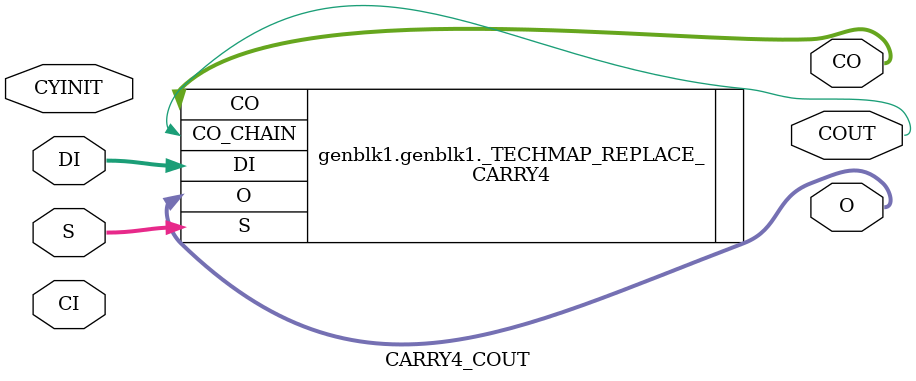
<source format=v>
/*
 *  yosys -- Yosys Open SYnthesis Suite
 *
 *  Copyright (C) 2012  Clifford Wolf <clifford@clifford.at>
 *                2019  Eddie Hung    <eddie@fpgeh.com>
 *
 *  Permission to use, copy, modify, and/or distribute this software for any
 *  purpose with or without fee is hereby granted, provided that the above
 *  copyright notice and this permission notice appear in all copies.
 *
 *  THE SOFTWARE IS PROVIDED "AS IS" AND THE AUTHOR DISCLAIMS ALL WARRANTIES
 *  WITH REGARD TO THIS SOFTWARE INCLUDING ALL IMPLIED WARRANTIES OF
 *  MERCHANTABILITY AND FITNESS. IN NO EVENT SHALL THE AUTHOR BE LIABLE FOR
 *  ANY SPECIAL, DIRECT, INDIRECT, OR CONSEQUENTIAL DAMAGES OR ANY DAMAGES
 *  WHATSOEVER RESULTING FROM LOSS OF USE, DATA OR PROFITS, WHETHER IN AN
 *  ACTION OF CONTRACT, NEGLIGENCE OR OTHER TORTIOUS ACTION, ARISING OUT OF
 *  OR IN CONNECTION WITH THE USE OR PERFORMANCE OF THIS SOFTWARE.
 *
 */

module \$__SHREG_ (input C, input D, input E, output Q);
  parameter DEPTH = 0;
  parameter [DEPTH-1:0] INIT = 0;
  parameter CLKPOL = 1;
  parameter ENPOL = 2;

  \$__XILINX_SHREG_ #(.DEPTH(DEPTH), .INIT(INIT), .CLKPOL(CLKPOL), .ENPOL(ENPOL)) _TECHMAP_REPLACE_ (.C(C), .D(D), .L(DEPTH-1), .E(E), .Q(Q));
endmodule

module \$__XILINX_SHREG_ (input C, input D, input [31:0] L, input E, output Q, output SO);
  parameter DEPTH = 0;
  parameter [DEPTH-1:0] INIT = 0;
  parameter CLKPOL = 1;
  parameter ENPOL = 2;

  // shregmap's INIT parameter shifts out LSB first;
  // however Xilinx expects MSB first
  function [DEPTH-1:0] brev;
    input [DEPTH-1:0] din;
    integer i;
    begin
      for (i = 0; i < DEPTH; i=i+1)
        brev[i] = din[DEPTH-1-i];
    end
  endfunction
  localparam [DEPTH-1:0] INIT_R = brev(INIT);

  parameter _TECHMAP_CONSTMSK_L_ = 0;

  wire CE;
  generate
    if (ENPOL == 0)
      assign CE = ~E;
    else if (ENPOL == 1)
      assign CE = E;
    else
      assign CE = 1'b1;
    if (DEPTH == 1) begin
      if (CLKPOL)
          FDRE #(.INIT(INIT_R)) _TECHMAP_REPLACE_ (.D(D), .Q(Q), .C(C), .CE(CE), .R(1'b0));
      else
          FDRE_1 #(.INIT(INIT_R)) _TECHMAP_REPLACE_ (.D(D), .Q(Q), .C(C), .CE(CE), .R(1'b0));
    end else
    if (DEPTH <= 16) begin
      SRL16E #(.INIT(INIT_R), .IS_CLK_INVERTED(~CLKPOL[0])) _TECHMAP_REPLACE_ (.A0(L[0]), .A1(L[1]), .A2(L[2]), .A3(L[3]), .CE(CE), .CLK(C), .D(D), .Q(Q));
    end else
    if (DEPTH > 17 && DEPTH <= 32) begin
      SRLC32E #(.INIT(INIT_R), .IS_CLK_INVERTED(~CLKPOL[0])) _TECHMAP_REPLACE_ (.A(L[4:0]), .CE(CE), .CLK(C), .D(D), .Q(Q));
    end else
    if (DEPTH > 33 && DEPTH <= 64) begin
      wire T0, T1, T2;
      SRLC32E #(.INIT(INIT_R[32-1:0]), .IS_CLK_INVERTED(~CLKPOL[0])) fpga_srl_0 (.A(L[4:0]), .CE(CE), .CLK(C), .D(D), .Q(T0), .Q31(T1));
      \$__XILINX_SHREG_ #(.DEPTH(DEPTH-32), .INIT(INIT[DEPTH-32-1:0]), .CLKPOL(CLKPOL), .ENPOL(ENPOL)) fpga_srl_1 (.C(C), .D(T1), .L(L), .E(E), .Q(T2));
      if (&_TECHMAP_CONSTMSK_L_)
        assign Q = T2;
      else
        MUXF7 fpga_mux_0 (.O(Q), .I0(T0), .I1(T2), .S(L[5]));
    end else
    if (DEPTH > 65 && DEPTH <= 96) begin
      wire T0, T1, T2, T3, T4, T5, T6;
      SRLC32E #(.INIT(INIT_R[32-1: 0]), .IS_CLK_INVERTED(~CLKPOL[0])) fpga_srl_0 (.A(L[4:0]), .CE(CE), .CLK(C), .D( D), .Q(T0), .Q31(T1));
      SRLC32E #(.INIT(INIT_R[64-1:32]), .IS_CLK_INVERTED(~CLKPOL[0])) fpga_srl_1 (.A(L[4:0]), .CE(CE), .CLK(C), .D(T1), .Q(T2), .Q31(T3));
      \$__XILINX_SHREG_ #(.DEPTH(DEPTH-64), .INIT(INIT[DEPTH-64-1:0]), .CLKPOL(CLKPOL), .ENPOL(ENPOL)) fpga_srl_2 (.C(C), .D(T3), .L(L[4:0]), .E(E), .Q(T4));
      if (&_TECHMAP_CONSTMSK_L_)
        assign Q = T4;
      else
        \$__XILINX_MUXF78 fpga_hard_mux (.I0(T0), .I1(T2), .I2(T4), .I3(1'bx), .S0(L[5]), .S1(L[6]), .O(Q));
    end else
    if (DEPTH > 97 && DEPTH < 128) begin
      wire T0, T1, T2, T3, T4, T5, T6, T7, T8;
      SRLC32E #(.INIT(INIT_R[32-1: 0]), .IS_CLK_INVERTED(~CLKPOL[0])) fpga_srl_0 (.A(L[4:0]), .CE(CE), .CLK(C), .D( D), .Q(T0), .Q31(T1));
      SRLC32E #(.INIT(INIT_R[64-1:32]), .IS_CLK_INVERTED(~CLKPOL[0])) fpga_srl_1 (.A(L[4:0]), .CE(CE), .CLK(C), .D(T1), .Q(T2), .Q31(T3));
      SRLC32E #(.INIT(INIT_R[96-1:64]), .IS_CLK_INVERTED(~CLKPOL[0])) fpga_srl_2 (.A(L[4:0]), .CE(CE), .CLK(C), .D(T3), .Q(T4), .Q31(T5));
      \$__XILINX_SHREG_ #(.DEPTH(DEPTH-96), .INIT(INIT[DEPTH-96-1:0]), .CLKPOL(CLKPOL), .ENPOL(ENPOL)) fpga_srl_3 (.C(C), .D(T5), .L(L[4:0]), .E(E), .Q(T6));
      if (&_TECHMAP_CONSTMSK_L_)
        assign Q = T6;
      else
        \$__XILINX_MUXF78 fpga_hard_mux (.I0(T0), .I1(T2), .I2(T4), .I3(T6), .S0(L[5]), .S1(L[6]), .O(Q));
    end
    else if (DEPTH == 128) begin
      wire T0, T1, T2, T3, T4, T5, T6;
      SRLC32E #(.INIT(INIT_R[ 32-1: 0]), .IS_CLK_INVERTED(~CLKPOL[0])) fpga_srl_0 (.A(L[4:0]), .CE(CE), .CLK(C), .D( D), .Q(T0), .Q31(T1));
      SRLC32E #(.INIT(INIT_R[ 64-1:32]), .IS_CLK_INVERTED(~CLKPOL[0])) fpga_srl_1 (.A(L[4:0]), .CE(CE), .CLK(C), .D(T1), .Q(T2), .Q31(T3));
      SRLC32E #(.INIT(INIT_R[ 96-1:64]), .IS_CLK_INVERTED(~CLKPOL[0])) fpga_srl_2 (.A(L[4:0]), .CE(CE), .CLK(C), .D(T3), .Q(T4), .Q31(T5));
      SRLC32E #(.INIT(INIT_R[128-1:96]), .IS_CLK_INVERTED(~CLKPOL[0])) fpga_srl_3 (.A(L[4:0]), .CE(CE), .CLK(C), .D(T5), .Q(T6), .Q31(SO));
      if (&_TECHMAP_CONSTMSK_L_)
        assign Q = T6;
      else
        \$__XILINX_MUXF78 fpga_hard_mux (.I0(T0), .I1(T2), .I2(T4), .I3(T6), .S0(L[5]), .S1(L[6]), .O(Q));
    end
    // For fixed length, if just 1 over a convenient value, decompose
    else if (DEPTH <= 129 && &_TECHMAP_CONSTMSK_L_) begin
      wire T;
      \$__XILINX_SHREG_ #(.DEPTH(DEPTH-1), .INIT(INIT[DEPTH-1:1]), .CLKPOL(CLKPOL), .ENPOL(ENPOL)) fpga_srl      (.C(C), .D(D), .L({32{1'b1}}), .E(E), .Q(T));
      \$__XILINX_SHREG_ #(.DEPTH(1),       .INIT(INIT[0]),         .CLKPOL(CLKPOL), .ENPOL(ENPOL)) fpga_srl_last (.C(C), .D(T), .L(L), .E(E), .Q(Q));
    end
    // For variable length, if just 1 over a convenient value, then bump up one more
    else if (DEPTH < 129 && ~&_TECHMAP_CONSTMSK_L_)
      \$__XILINX_SHREG_ #(.DEPTH(DEPTH+1), .INIT({INIT,1'b0}), .CLKPOL(CLKPOL), .ENPOL(ENPOL)) _TECHMAP_REPLACE_ (.C(C), .D(D), .L(L), .E(E), .Q(Q));
    else begin
      localparam depth0 = 128;
      localparam num_srl128 = DEPTH / depth0;
      localparam depthN = DEPTH % depth0;
      wire [num_srl128 + (depthN > 0 ? 1 : 0) - 1:0] T;
      wire [num_srl128 + (depthN > 0 ? 1 : 0) :0] S;
      assign S[0] = D;
      genvar i;
      for (i = 0; i < num_srl128; i++)
        \$__XILINX_SHREG_ #(.DEPTH(depth0), .INIT(INIT[DEPTH-1-i*depth0-:depth0]), .CLKPOL(CLKPOL), .ENPOL(ENPOL)) fpga_srl      (.C(C), .D(S[i]),          .L(L[$clog2(depth0)-1:0]), .E(E), .Q(T[i]), .SO(S[i+1]));

      if (depthN > 0)
        \$__XILINX_SHREG_ #(.DEPTH(depthN), .INIT(INIT[depthN-1:0]),               .CLKPOL(CLKPOL), .ENPOL(ENPOL)) fpga_srl_last (.C(C), .D(S[num_srl128]), .L(L[$clog2(depth0)-1:0]), .E(E), .Q(T[num_srl128]));

      if (&_TECHMAP_CONSTMSK_L_)
        assign Q = T[num_srl128 + (depthN > 0 ? 1 : 0) - 1];
      else
        assign Q = T[L[DEPTH-1:$clog2(depth0)]];
    end
  endgenerate
endmodule

`ifdef MIN_MUX_INPUTS
module \$__XILINX_SHIFTX (A, B, Y);
  parameter A_SIGNED = 0;
  parameter B_SIGNED = 0;
  parameter A_WIDTH = 1;
  parameter B_WIDTH = 1;
  parameter Y_WIDTH = 1;

  (* force_downto *)
  input [A_WIDTH-1:0] A;
  (* force_downto *)
  input [B_WIDTH-1:0] B;
  (* force_downto *)
  output [Y_WIDTH-1:0] Y;

  parameter [A_WIDTH-1:0] _TECHMAP_CONSTMSK_A_ = 0;
  parameter [A_WIDTH-1:0] _TECHMAP_CONSTVAL_A_ = 0;
  parameter [B_WIDTH-1:0] _TECHMAP_CONSTMSK_B_ = 0;
  parameter [B_WIDTH-1:0] _TECHMAP_CONSTVAL_B_ = 0;

  function integer A_WIDTH_trimmed;
    input integer start;
  begin
    A_WIDTH_trimmed = start;
    while (A_WIDTH_trimmed > 0 && _TECHMAP_CONSTMSK_A_[A_WIDTH_trimmed-1] && _TECHMAP_CONSTVAL_A_[A_WIDTH_trimmed-1] === 1'bx)
      A_WIDTH_trimmed = A_WIDTH_trimmed - 1;
  end
  endfunction

  generate
    genvar i, j;
    // Bit-blast
    if (Y_WIDTH > 1) begin
      for (i = 0; i < Y_WIDTH; i++)
        \$__XILINX_SHIFTX  #(.A_SIGNED(A_SIGNED), .B_SIGNED(B_SIGNED), .A_WIDTH(A_WIDTH-Y_WIDTH+1), .B_WIDTH(B_WIDTH), .Y_WIDTH(1'd1)) bitblast (.A(A[A_WIDTH-Y_WIDTH+i:i]), .B(B), .Y(Y[i]));
    end
    // If the LSB of B is constant zero (and Y_WIDTH is 1) then
    //   we can optimise by removing every other entry from A
    //   and popping the constant zero from B
    else if (_TECHMAP_CONSTMSK_B_[0] && !_TECHMAP_CONSTVAL_B_[0]) begin
      wire [(A_WIDTH+1)/2-1:0] A_i;
      for (i = 0; i < (A_WIDTH+1)/2; i++)
        assign A_i[i] = A[i*2];
      \$__XILINX_SHIFTX  #(.A_SIGNED(A_SIGNED), .B_SIGNED(B_SIGNED), .A_WIDTH((A_WIDTH+1'd1)/2'd2), .B_WIDTH(B_WIDTH-1'd1), .Y_WIDTH(Y_WIDTH)) _TECHMAP_REPLACE_ (.A(A_i), .B(B[B_WIDTH-1:1]), .Y(Y));
    end
    // Trim off any leading 1'bx -es in A
    else if (_TECHMAP_CONSTMSK_A_[A_WIDTH-1] && _TECHMAP_CONSTVAL_A_[A_WIDTH-1] === 1'bx) begin
      localparam A_WIDTH_new = A_WIDTH_trimmed(A_WIDTH-1);
      \$__XILINX_SHIFTX  #(.A_SIGNED(A_SIGNED), .B_SIGNED(B_SIGNED), .A_WIDTH(A_WIDTH_new), .B_WIDTH(B_WIDTH), .Y_WIDTH(Y_WIDTH)) _TECHMAP_REPLACE_ (.A(A[A_WIDTH_new-1:0]), .B(B), .Y(Y));
    end
    else if (A_WIDTH < `MIN_MUX_INPUTS) begin
      wire _TECHMAP_FAIL_ = 1;
    end
    else if (A_WIDTH == 2) begin
      MUXF7 fpga_hard_mux (.I0(A[0]), .I1(A[1]), .S(B[0]), .O(Y));
    end
    else if (A_WIDTH <= 4) begin
      wire [4-1:0] Ax;
      if (A_WIDTH == 4)
        assign Ax = A;
      else
        // Rather than extend with 1'bx which gets flattened to 1'b0
        // causing the "don't care" status to get lost, extend with
        // the same driver of F7B.I0 so that we can optimise F7B away
        // later
        assign Ax = {A[1], A};
      \$__XILINX_MUXF78 fpga_hard_mux (.I0(Ax[0]), .I1(Ax[2]), .I2(Ax[1]), .I3(Ax[3]), .S0(B[1]), .S1(B[0]), .O(Y));
    end
    // Note that the following decompositions are 'backwards' in that
    // the LSBs are placed on the hard resources, and the soft resources
    // are used for MSBs.
    // This has the effect of more effectively utilising the hard mux;
    // take for example a 5:1 multiplexer, currently this would map as:
    //
    //     A[0] \___  __                             A[0] \__  __
    //     A[4] /   \|  \       whereas the more     A[1] /  \|  \
    //     A[1] _____|   |      obvious mapping      A[2] \___|   |
    //     A[2] _____|   |--    of MSBs to hard      A[3] /   |   |__
    //     A[3]______|   |      resources would      A[4] ____|   |
    //               |__/       lead to:             1'bx ____|   |
    //                ||                                      |__/
    //                ||                                       ||
    //              B[1:0]                                   B[1:2]
    //
    // Expectation would be that the 'forward' mapping (right) is more
    // area efficient (consider a 9:1 multiplexer using 2x4:1 multiplexers
    // on its I0 and I1 inputs, and A[8] and 1'bx on its I2 and I3 inputs)
    // but that the 'backwards' mapping (left) is more delay efficient
    // since smaller LUTs are faster than wider ones.
    else if (A_WIDTH <= 8) begin
      wire [8-1:0] Ax = {{{8-A_WIDTH}{1'bx}}, A};
      wire T0 = B[2] ? Ax[4] : Ax[0];
      wire T1 = B[2] ? Ax[5] : Ax[1];
      wire T2 = B[2] ? Ax[6] : Ax[2];
      wire T3 = B[2] ? Ax[7] : Ax[3];
      \$__XILINX_MUXF78 fpga_hard_mux (.I0(T0), .I1(T2), .I2(T1), .I3(T3), .S0(B[1]), .S1(B[0]), .O(Y));
    end
    else if (A_WIDTH <= 16) begin
      wire [16-1:0] Ax = {{{16-A_WIDTH}{1'bx}}, A};
      wire T0 = B[2] ? B[3] ? Ax[12] : Ax[4]
                     : B[3] ? Ax[ 8] : Ax[0];
      wire T1 = B[2] ? B[3] ? Ax[13] : Ax[5]
                     : B[3] ? Ax[ 9] : Ax[1];
      wire T2 = B[2] ? B[3] ? Ax[14] : Ax[6]
                     : B[3] ? Ax[10] : Ax[2];
      wire T3 = B[2] ? B[3] ? Ax[15] : Ax[7]
                     : B[3] ? Ax[11] : Ax[3];
      \$__XILINX_MUXF78 fpga_hard_mux (.I0(T0), .I1(T2), .I2(T1), .I3(T3), .S0(B[1]), .S1(B[0]), .O(Y));
    end
    else begin
      localparam num_mux16 = (A_WIDTH+15) / 16;
      localparam clog2_num_mux16 = $clog2(num_mux16);
      wire [num_mux16-1:0] T;
      wire [num_mux16*16-1:0] Ax = {{(num_mux16*16-A_WIDTH){1'bx}}, A};
      for (i = 0; i < num_mux16; i++)
        \$__XILINX_SHIFTX  #(
          .A_SIGNED(A_SIGNED),
          .B_SIGNED(B_SIGNED),
          .A_WIDTH(16),
          .B_WIDTH(4),
          .Y_WIDTH(Y_WIDTH)
        ) fpga_mux (
          .A(Ax[i*16+:16]),
          .B(B[3:0]),
          .Y(T[i])
        );
      \$__XILINX_SHIFTX  #(
          .A_SIGNED(A_SIGNED),
          .B_SIGNED(B_SIGNED),
          .A_WIDTH(num_mux16),
          .B_WIDTH(clog2_num_mux16),
          .Y_WIDTH(Y_WIDTH)
      ) _TECHMAP_REPLACE_ (
          .A(T),
          .B(B[B_WIDTH-1-:clog2_num_mux16]),
          .Y(Y));
    end
  endgenerate
endmodule

(* techmap_celltype = "$__XILINX_SHIFTX" *)
module _90__XILINX_SHIFTX (A, B, Y);
  parameter A_SIGNED = 0;
  parameter B_SIGNED = 0;
  parameter A_WIDTH = 1;
  parameter B_WIDTH = 1;
  parameter Y_WIDTH = 1;

  (* force_downto *)
  input [A_WIDTH-1:0] A;
  (* force_downto *)
  input [B_WIDTH-1:0] B;
  (* force_downto *)
  output [Y_WIDTH-1:0] Y;

  \$shiftx  #(.A_SIGNED(A_SIGNED), .B_SIGNED(B_SIGNED), .A_WIDTH(A_WIDTH), .B_WIDTH(B_WIDTH), .Y_WIDTH(Y_WIDTH)) _TECHMAP_REPLACE_ (.A(A), .B(B), .Y(Y));
endmodule

module \$_MUX_ (A, B, S, Y);
  input A, B, S;
  output Y;
  generate
    if (`MIN_MUX_INPUTS == 2)
      \$__XILINX_SHIFTX  #(.A_SIGNED(0), .B_SIGNED(0), .A_WIDTH(2), .B_WIDTH(1), .Y_WIDTH(1)) _TECHMAP_REPLACE_ (.A({B,A}), .B(S), .Y(Y));
    else
      wire _TECHMAP_FAIL_ = 1;
  endgenerate
endmodule

module \$_MUX4_ (A, B, C, D, S, T, Y);
  input A, B, C, D, S, T;
  output Y;
  \$__XILINX_SHIFTX  #(.A_SIGNED(0), .B_SIGNED(0), .A_WIDTH(4), .B_WIDTH(2), .Y_WIDTH(1)) _TECHMAP_REPLACE_ (.A({D,C,B,A}), .B({T,S}), .Y(Y));
endmodule

module \$_MUX8_ (A, B, C, D, E, F, G, H, S, T, U, Y);
  input A, B, C, D, E, F, G, H, S, T, U;
  output Y;
  \$__XILINX_SHIFTX  #(.A_SIGNED(0), .B_SIGNED(0), .A_WIDTH(8), .B_WIDTH(3), .Y_WIDTH(1)) _TECHMAP_REPLACE_ (.A({H,G,F,E,D,C,B,A}), .B({U,T,S}), .Y(Y));
endmodule

module \$_MUX16_ (A, B, C, D, E, F, G, H, I, J, K, L, M, N, O, P, S, T, U, V, Y);
  input A, B, C, D, E, F, G, H, I, J, K, L, M, N, O, P, S, T, U, V;
  output Y;
  \$__XILINX_SHIFTX  #(.A_SIGNED(0), .B_SIGNED(0), .A_WIDTH(16), .B_WIDTH(4), .Y_WIDTH(1)) _TECHMAP_REPLACE_ (.A({P,O,N,M,L,K,J,I,H,G,F,E,D,C,B,A}), .B({V,U,T,S}), .Y(Y));
endmodule
`endif

module \$__XILINX_MUXF78 (O, I0, I1, I2, I3, S0, S1);
  output O;
  input I0, I1, I2, I3, S0, S1;
  wire T0, T1;
  parameter _TECHMAP_BITS_CONNMAP_ = 0;
  parameter [_TECHMAP_BITS_CONNMAP_-1:0] _TECHMAP_CONNMAP_I0_ = 0;
  parameter [_TECHMAP_BITS_CONNMAP_-1:0] _TECHMAP_CONNMAP_I1_ = 0;
  parameter [_TECHMAP_BITS_CONNMAP_-1:0] _TECHMAP_CONNMAP_I2_ = 0;
  parameter [_TECHMAP_BITS_CONNMAP_-1:0] _TECHMAP_CONNMAP_I3_ = 0;
  parameter _TECHMAP_CONSTMSK_S0_ = 0;
  parameter _TECHMAP_CONSTVAL_S0_ = 0;
  parameter _TECHMAP_CONSTMSK_S1_ = 0;
  parameter _TECHMAP_CONSTVAL_S1_ = 0;
  if (_TECHMAP_CONSTMSK_S0_ && _TECHMAP_CONSTVAL_S0_ === 1'b1)
    assign T0 = I1;
  else if (_TECHMAP_CONSTMSK_S0_ || _TECHMAP_CONNMAP_I0_ === _TECHMAP_CONNMAP_I1_)
    assign T0 = I0;
  else
    MUXF7 mux7a (.I0(I0), .I1(I1), .S(S0), .O(T0));
  if (_TECHMAP_CONSTMSK_S0_ && _TECHMAP_CONSTVAL_S0_ === 1'b1)
    assign T1 = I3;
  else if (_TECHMAP_CONSTMSK_S0_ || _TECHMAP_CONNMAP_I2_ === _TECHMAP_CONNMAP_I3_)
    assign T1 = I2;
  else
    MUXF7 mux7b (.I0(I2), .I1(I3), .S(S0), .O(T1));
  if (_TECHMAP_CONSTMSK_S1_ && _TECHMAP_CONSTVAL_S1_ === 1'b1)
    assign O = T1;
  else if (_TECHMAP_CONSTMSK_S1_ || (_TECHMAP_CONNMAP_I0_ === _TECHMAP_CONNMAP_I1_ && _TECHMAP_CONNMAP_I1_ === _TECHMAP_CONNMAP_I2_ && _TECHMAP_CONNMAP_I2_ === _TECHMAP_CONNMAP_I3_))
    assign O = T0;
  else
    MUXF8 mux8 (.I0(T0), .I1(T1), .S(S1), .O(O));
endmodule

/*
module \$__XILINX_TINOUTPAD (input I, OE, output O, inout IO);
  IOBUF _TECHMAP_REPLACE_ (.I(I), .O(O), .T(~OE), .IO(IO));
endmodule

module \$__XILINX_TOUTPAD (input I, OE, output O);
  OBUFT _TECHMAP_REPLACE_ (.I(I), .O(O), .T(~OE));
endmodule*/
/*
module CESR_MUX(input CE, SR, output CE_OUT, SR_OUT);

parameter _TECHMAP_CONSTMSK_CE_ = 0;
parameter _TECHMAP_CONSTVAL_CE_ = 0;
parameter _TECHMAP_CONSTMSK_SR_ = 0;
parameter _TECHMAP_CONSTVAL_SR_ = 0;

localparam CEUSED = _TECHMAP_CONSTMSK_CE_ == 0 || _TECHMAP_CONSTVAL_CE_ == 0;
localparam SRUSED = _TECHMAP_CONSTMSK_SR_ == 0 || _TECHMAP_CONSTVAL_SR_ == 1;

if(CEUSED) begin
    assign CE_OUT = CE;
end else begin
    CE_VCC ce(
        .VCC(CE_OUT)
    );
end

if(SRUSED) begin
    assign SR_OUT = SR;
end else begin
    SR_GND sr(
        .GND(SR_OUT)
    );
end

endmodule

module FDRE_1 (output reg Q, input C, CE, D, R);

parameter [0:0] INIT = 1'b0;

wire CE_SIG;
wire SR_SIG;

CESR_MUX cesr_mux(
    .CE(CE),
    .SR(R),
    .CE_OUT(CE_SIG),
    .SR_OUT(SR_SIG)
);

FDRE #(.ZINI(!|INIT), .IS_C_INVERTED(|1))
  _TECHMAP_REPLACE_ (.D(D), .Q(Q), .C(C), .CE(CE_SIG), .R(SR_SIG));

endmodule

module FDSE_1 (output reg Q, input C, CE, D, S);
parameter [0:0] INIT = 1'b1;

wire CE_SIG;
wire SR_SIG;

CESR_MUX cesr_mux(
    .CE(CE),
    .SR(S),
    .CE_OUT(CE_SIG),
    .SR_OUT(SR_SIG)
);

FDSE #(.ZINI(!|INIT), .IS_C_INVERTED(|1))
  _TECHMAP_REPLACE_ (.D(D), .Q(Q), .C(C), .CE(CE_SIG), .S(SR_SIG));

endmodule

module FDCE_1 (output reg Q, input C, CE, D, CLR);
parameter [0:0] INIT = 1'b0;

wire CE_SIG;
wire SR_SIG;

CESR_MUX cesr_mux(
    .CE(CE),
    .SR(CLR),
    .CE_OUT(CE_SIG),
    .SR_OUT(SR_SIG)
);

FDCE #(.ZINI(!|INIT), .IS_C_INVERTED(|1))
  _TECHMAP_REPLACE_ (.D(D), .Q(Q), .C(C), .CE(CE_SIG), .CLR(SR_SIG));

endmodule

module FDPE_1 (output reg Q, input C, CE, D, PRE);

parameter [0:0] INIT = 1'b1;

wire CE_SIG;
wire SR_SIG;

CESR_MUX cesr_mux(
    .CE(CE),
    .SR(PRE),
    .CE_OUT(CE_SIG),
    .SR_OUT(SR_SIG)
);

FDPE #(.ZINI(!|INIT), .IS_C_INVERTED(|1))
  _TECHMAP_REPLACE_ (.D(D), .Q(Q), .C(C), .CE(CE_SIG), .PRE(SR_SIG));

endmodule
*/
/*
module CARRY_COUT_PLUG(input CIN, output COUT);

assign COUT = CIN;

endmodule

module CARRY4_CO_COUT(output [3:0] CO, output COUT, input CI, CYINIT, input [3:0] DI, S);
  parameter _TECHMAP_CONSTMSK_CI_ = 1;
  parameter _TECHMAP_CONSTVAL_CI_ = 1'b0;
  parameter _TECHMAP_CONSTMSK_CYINIT_ = 1;
  parameter _TECHMAP_CONSTVAL_CYINIT_ = 1'b0;

  localparam [0:0] IS_CI_ZERO = (
      _TECHMAP_CONSTMSK_CI_ == 1 && _TECHMAP_CONSTVAL_CI_ == 0 &&
      _TECHMAP_CONSTMSK_CYINIT_ == 1 && _TECHMAP_CONSTVAL_CYINIT_ == 0);
  localparam [0:0] IS_CI_ONE = (
      _TECHMAP_CONSTMSK_CI_ == 1 && _TECHMAP_CONSTVAL_CI_ == 0 &&
      _TECHMAP_CONSTMSK_CYINIT_ == 1 && _TECHMAP_CONSTVAL_CYINIT_ == 1);
  localparam [0:0] IS_CYINIT_FABRIC = _TECHMAP_CONSTMSK_CYINIT_ == 0;
  localparam [0:0] IS_CI_DISCONNECTED = _TECHMAP_CONSTMSK_CI_ == 1 &&
    _TECHMAP_CONSTVAL_CI_ != 1;
  localparam [0:0] IS_CYINIT_DISCONNECTED = _TECHMAP_CONSTMSK_CYINIT_ == 1 &&
    _TECHMAP_CONSTVAL_CYINIT_ != 1;

  wire [1023:0] _TECHMAP_DO_ = "proc; clean";
  wire [3:0] O;

  if(IS_CYINIT_FABRIC) begin
    CARRY4 #(
        .CYINIT_AX(1'b1),
        .CYINIT_C0(1'b0),
        .CYINIT_C1(1'b0)
    ) _TECHMAP_REPLACE_ (
        .CO_CHAIN(COUT),
        .CO(CO),
        .CYINIT(CYINIT),
        .O(O),
        .DI(DI),
        .CI(1'b0),
        .S(S)
    );
  end else if(IS_CI_ZERO || IS_CI_ONE) begin
    CARRY4 #(
        .CYINIT_AX(1'b0),
        .CYINIT_C0(IS_CI_ZERO),
        .CYINIT_C1(IS_CI_ONE)
    ) _TECHMAP_REPLACE_ (
        .CO_CHAIN(COUT),
        .CO(CO),
        .O(O),
        .DI(DI),
        .CYINIT(1'b0),
        .CI(1'b0),
        .S(S)
    );
  end else begin
    CARRY4 #(
        .CYINIT_AX(1'b0),
        .CYINIT_C0(1'b0),
        .CYINIT_C1(1'b0)
    ) _TECHMAP_REPLACE_ (
        .CO_CHAIN(COUT),
        .CO(CO),
        .O(O),
        .DI(DI),
        .S(S),
        .CYINIT(1'b0),
        .CI(CI)
    );
  end
endmodule

module CARRY4_COUT(output [3:0] CO, O, output COUT, input CI, CYINIT, input [3:0] DI, S);
  parameter _TECHMAP_CONSTMSK_CI_ = 1;
  parameter _TECHMAP_CONSTVAL_CI_ = 1'b0;
  parameter _TECHMAP_CONSTMSK_CYINIT_ = 1;
  parameter _TECHMAP_CONSTVAL_CYINIT_ = 1'b0;

  localparam [0:0] IS_CI_ZERO = (
      _TECHMAP_CONSTMSK_CI_ == 1 && _TECHMAP_CONSTVAL_CI_ == 0 &&
      _TECHMAP_CONSTMSK_CYINIT_ == 1 && _TECHMAP_CONSTVAL_CYINIT_ == 0);
  localparam [0:0] IS_CI_ONE = (
      _TECHMAP_CONSTMSK_CI_ == 1 && _TECHMAP_CONSTVAL_CI_ == 0 &&
      _TECHMAP_CONSTMSK_CYINIT_ == 1 && _TECHMAP_CONSTVAL_CYINIT_ == 1);
  localparam [0:0] IS_CYINIT_FABRIC = _TECHMAP_CONSTMSK_CYINIT_ == 0;
  localparam [0:0] IS_CI_DISCONNECTED = _TECHMAP_CONSTMSK_CI_ == 1 &&
    _TECHMAP_CONSTVAL_CI_ != 1;
  localparam [0:0] IS_CYINIT_DISCONNECTED = _TECHMAP_CONSTMSK_CYINIT_ == 1 &&
    _TECHMAP_CONSTVAL_CYINIT_ != 1;

  wire [1023:0] _TECHMAP_DO_ = "proc; clean";

  if(IS_CYINIT_FABRIC) begin
    CARRY4 #(
        .CYINIT_AX(1'b1),
        .CYINIT_C0(1'b0),
        .CYINIT_C1(1'b0)
    ) _TECHMAP_REPLACE_ (
        .CO_CHAIN(COUT),
        .CO(CO),
        .O(O),
        .CYINIT(CYINIT),
        .CI(1'b0),
        .DI(DI),
        .S(S)
    );
  end else if(IS_CI_ZERO || IS_CI_ONE) begin
    CARRY4 #(
        .CYINIT_AX(1'b0),
        .CYINIT_C0(IS_CI_ZERO),
        .CYINIT_C1(IS_CI_ONE)
    ) _TECHMAP_REPLACE_ (
        .CO_CHAIN(COUT),
        .CO(CO),
        .O(O),
        .DI(DI),
        .CYINIT(1'b0),
        .CI(1'b0),
        .S(S)
    );
  end else begin
    CARRY4 #(
        .CYINIT_AX(1'b0),
        .CYINIT_C0(1'b0),
        .CYINIT_C1(1'b0)
    ) _TECHMAP_REPLACE_ (
        .CO_CHAIN(COUT),
        .CO(CO),
        .O(O),
        .DI(DI),
        .S(S),
        .CYINIT(1'b0),
        .CI(CI)
    );
  end
endmodule
*/

module CARRY_COUT_PLUG(input CIN, output COUT);

assign COUT = CIN;

endmodule

module CARRY4_CO_COUT(output [3:0] CO, output COUT, input CI, CYINIT, input [3:0] DI, S);
  parameter _TECHMAP_CONSTMSK_CI_ = 1;
  parameter _TECHMAP_CONSTVAL_CI_ = 1'b0;
  parameter _TECHMAP_CONSTMSK_CYINIT_ = 1;
  parameter _TECHMAP_CONSTVAL_CYINIT_ = 1'b0;

  localparam [0:0] IS_CI_ZERO = (
      _TECHMAP_CONSTMSK_CI_ == 1 && _TECHMAP_CONSTVAL_CI_ == 0 &&
      _TECHMAP_CONSTMSK_CYINIT_ == 1 && _TECHMAP_CONSTVAL_CYINIT_ == 0);
  localparam [0:0] IS_CI_ONE = (
      _TECHMAP_CONSTMSK_CI_ == 1 && _TECHMAP_CONSTVAL_CI_ == 0 &&
      _TECHMAP_CONSTMSK_CYINIT_ == 1 && _TECHMAP_CONSTVAL_CYINIT_ == 1);
  localparam [0:0] IS_CYINIT_FABRIC = _TECHMAP_CONSTMSK_CYINIT_ == 0;
  localparam [0:0] IS_CI_DISCONNECTED = _TECHMAP_CONSTMSK_CI_ == 1 &&
    _TECHMAP_CONSTVAL_CI_ != 1;
  localparam [0:0] IS_CYINIT_DISCONNECTED = _TECHMAP_CONSTMSK_CYINIT_ == 1 &&
    _TECHMAP_CONSTVAL_CYINIT_ != 1;

  wire [1023:0] _TECHMAP_DO_ = "proc; clean";
  wire [3:0] O;

  if(IS_CYINIT_FABRIC) begin
    CARRY4 #(
        .CYINIT_AX(1'b1),
        .CYINIT_C0(1'b0),
        .CYINIT_C1(1'b0)
    ) _TECHMAP_REPLACE_ (
        .CO_CHAIN(COUT),
        .CO(CO),
        .CYINIT(CYINIT),
        .O(O),
        .DI(DI),
        .S(S)

    );
  end else if(IS_CI_ZERO || IS_CI_ONE) begin
    CARRY4 #(
        .CYINIT_AX(1'b0),
        .CYINIT_C0(IS_CI_ZERO),
        .CYINIT_C1(IS_CI_ONE)
    ) _TECHMAP_REPLACE_ (
        .CO_CHAIN(COUT),
        .CO(CO),
        .O(O),
        .DI(DI),
        .S(S)
    );
  end else begin
    CARRY4 #(
        .CYINIT_AX(1'b0),
        .CYINIT_C0(1'b0),
        .CYINIT_C1(1'b0)
    ) _TECHMAP_REPLACE_ (
        .CO_CHAIN(COUT),
        .CO(CO),
        .O(O),
        .DI(DI),
        .S(S),
        .CI(CI)
    );
  end
endmodule

module CARRY4_COUT(output [3:0] CO, O, output COUT, input CI, CYINIT, input [3:0] DI, S);
  parameter _TECHMAP_CONSTMSK_CI_ = 1;
  parameter _TECHMAP_CONSTVAL_CI_ = 1'b0;
  parameter _TECHMAP_CONSTMSK_CYINIT_ = 1;
  parameter _TECHMAP_CONSTVAL_CYINIT_ = 1'b0;

  localparam [0:0] IS_CI_ZERO = (
      _TECHMAP_CONSTMSK_CI_ == 1 && _TECHMAP_CONSTVAL_CI_ == 0 &&
      _TECHMAP_CONSTMSK_CYINIT_ == 1 && _TECHMAP_CONSTVAL_CYINIT_ == 0);
  localparam [0:0] IS_CI_ONE = (
      _TECHMAP_CONSTMSK_CI_ == 1 && _TECHMAP_CONSTVAL_CI_ == 0 &&
      _TECHMAP_CONSTMSK_CYINIT_ == 1 && _TECHMAP_CONSTVAL_CYINIT_ == 1);
  localparam [0:0] IS_CYINIT_FABRIC = _TECHMAP_CONSTMSK_CYINIT_ == 0;
  localparam [0:0] IS_CI_DISCONNECTED = _TECHMAP_CONSTMSK_CI_ == 1 &&
    _TECHMAP_CONSTVAL_CI_ != 1;
  localparam [0:0] IS_CYINIT_DISCONNECTED = _TECHMAP_CONSTMSK_CYINIT_ == 1 &&
    _TECHMAP_CONSTVAL_CYINIT_ != 1;

  wire [1023:0] _TECHMAP_DO_ = "proc; clean";

  if(IS_CYINIT_FABRIC) begin
    CARRY4 #(
        .CYINIT_AX(1'b1),
        .CYINIT_C0(1'b0),
        .CYINIT_C1(1'b0)
    ) _TECHMAP_REPLACE_ (
        .CO_CHAIN(COUT),
        .CO(CO),
        .O(O),
        .CYINIT(CYINIT),
        .DI(DI),
        .S(S)
    );
  end else if(IS_CI_ZERO || IS_CI_ONE) begin
    CARRY4 #(
        .CYINIT_AX(1'b0),
        .CYINIT_C0(IS_CI_ZERO),
        .CYINIT_C1(IS_CI_ONE)
    ) _TECHMAP_REPLACE_ (
        .CO_CHAIN(COUT),
        .CO(CO),
        .O(O),
        .DI(DI),
        .S(S)
    );
  end else begin
    CARRY4 #(
        .CYINIT_AX(1'b0),
        .CYINIT_C0(1'b0),
        .CYINIT_C1(1'b0)
    ) _TECHMAP_REPLACE_ (
        .CO_CHAIN(COUT),
        .CO(CO),
        .O(O),
        .DI(DI),
        .S(S),
        .CI(CI)
    );
  end
endmodule

</source>
